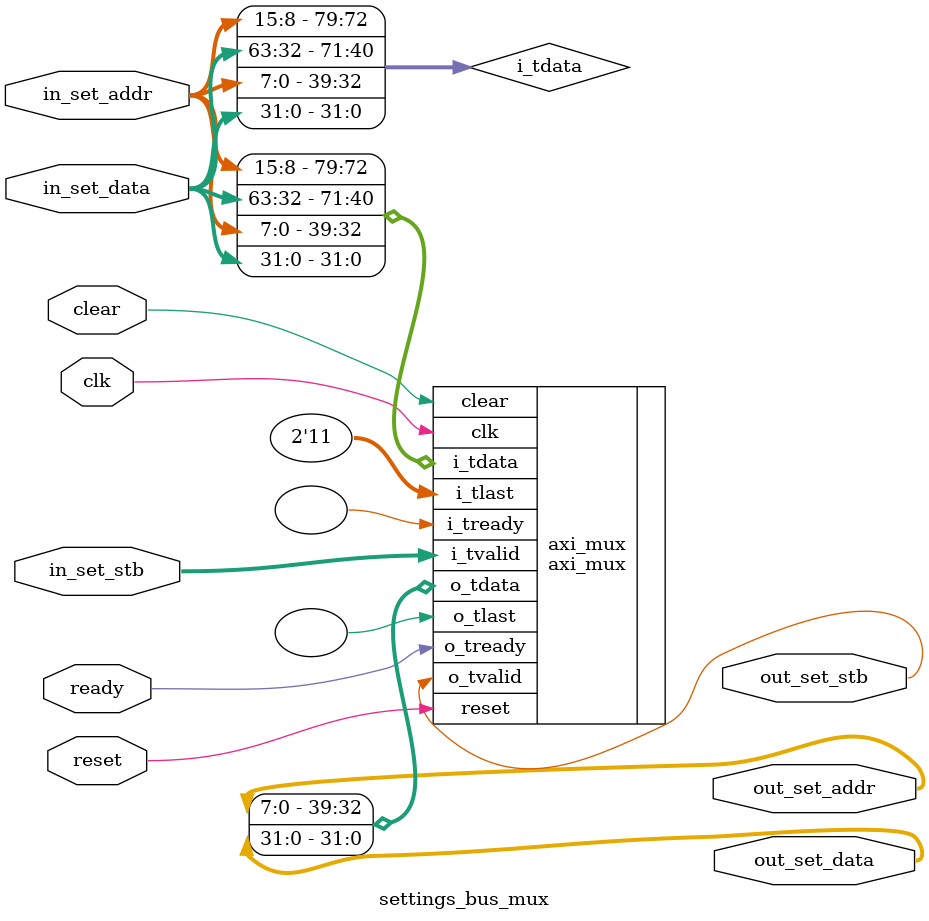
<source format=v>

module settings_bus_mux #(
  parameter PRIO=0, // 0 = Round robin, 1 = Lower ports get priority (see axi_mux)
  parameter AWIDTH=8,
  parameter DWIDTH=32,
  parameter FIFO_SIZE=1,
  parameter NUM_BUSES=2)
(
  input clk, input reset, input clear,
  input [NUM_BUSES-1:0] in_set_stb, input [NUM_BUSES*AWIDTH-1:0] in_set_addr, input [NUM_BUSES*DWIDTH-1:0] in_set_data,
  output out_set_stb, output [AWIDTH-1:0] out_set_addr, output [DWIDTH-1:0] out_set_data, input ready
);

  wire [NUM_BUSES*(AWIDTH+DWIDTH)-1:0] i_tdata;

  genvar i;
  generate
    for (i = 0; i < NUM_BUSES; i = i + 1) begin
      assign i_tdata[(i+1)*(AWIDTH+DWIDTH)-1:i*(AWIDTH+DWIDTH)] = {in_set_addr[(i+1)*AWIDTH-1:i*AWIDTH],in_set_data[(i+1)*DWIDTH-1:i*DWIDTH]};
    end
  endgenerate

  axi_mux #(
    .PRIO(PRIO),
    .WIDTH(AWIDTH+DWIDTH),
    .PRE_FIFO_SIZE($clog2(NUM_BUSES)),
    .POST_FIFO_SIZE(FIFO_SIZE),
    .SIZE(NUM_BUSES))
  axi_mux (
    .clk(clk), .reset(reset), .clear(clear),
    .i_tdata(i_tdata), .i_tlast({NUM_BUSES{1'b1}}), .i_tvalid(in_set_stb), .i_tready(),
    .o_tdata({out_set_addr,out_set_data}), .o_tlast(), .o_tvalid(out_set_stb), .o_tready(ready));

endmodule
</source>
